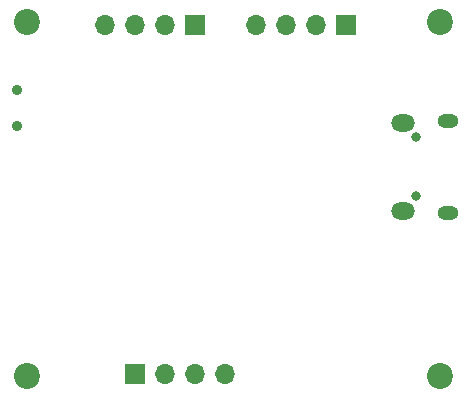
<source format=gbr>
%TF.GenerationSoftware,KiCad,Pcbnew,8.0.3*%
%TF.CreationDate,2024-06-13T12:42:30-05:00*%
%TF.ProjectId,STM32BluePill,53544d33-3242-46c7-9565-50696c6c2e6b,rev?*%
%TF.SameCoordinates,Original*%
%TF.FileFunction,Soldermask,Bot*%
%TF.FilePolarity,Negative*%
%FSLAX46Y46*%
G04 Gerber Fmt 4.6, Leading zero omitted, Abs format (unit mm)*
G04 Created by KiCad (PCBNEW 8.0.3) date 2024-06-13 12:42:30*
%MOMM*%
%LPD*%
G01*
G04 APERTURE LIST*
%ADD10C,2.200000*%
%ADD11R,1.700000X1.700000*%
%ADD12O,1.700000X1.700000*%
%ADD13O,0.800000X0.800000*%
%ADD14O,1.800000X1.150000*%
%ADD15O,2.000000X1.450000*%
%ADD16C,0.900000*%
G04 APERTURE END LIST*
D10*
%TO.C,H3*%
X95000000Y-73000000D03*
%TD*%
D11*
%TO.C,J3*%
X87050000Y-43250000D03*
D12*
X84510000Y-43250000D03*
X81970000Y-43250000D03*
X79430000Y-43250000D03*
%TD*%
D10*
%TO.C,H1*%
X60000000Y-43000000D03*
%TD*%
D11*
%TO.C,J1*%
X69170000Y-72750000D03*
D12*
X71710000Y-72750000D03*
X74250000Y-72750000D03*
X76790000Y-72750000D03*
%TD*%
D11*
%TO.C,J2*%
X74290000Y-43250000D03*
D12*
X71750000Y-43250000D03*
X69210000Y-43250000D03*
X66670000Y-43250000D03*
%TD*%
D10*
%TO.C,H2*%
X60000000Y-73000000D03*
%TD*%
%TO.C,H4*%
X95000000Y-43000000D03*
%TD*%
D13*
%TO.C,J4*%
X92945000Y-57755000D03*
X92945000Y-52755000D03*
D14*
X95695000Y-59130000D03*
D15*
X91895000Y-58980000D03*
X91895000Y-51530000D03*
D14*
X95695000Y-51380000D03*
%TD*%
D16*
%TO.C,SW1*%
X59145000Y-48750000D03*
X59145000Y-51750000D03*
%TD*%
M02*

</source>
